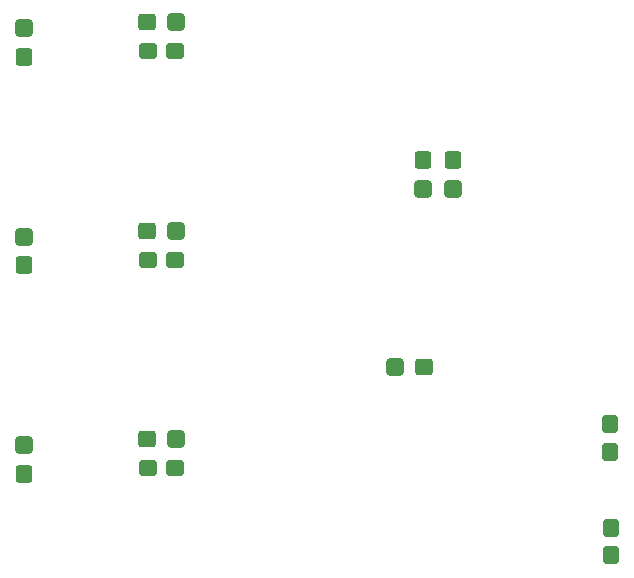
<source format=gbr>
%TF.GenerationSoftware,KiCad,Pcbnew,7.0.11-rc3*%
%TF.CreationDate,2025-09-10T17:00:16+08:00*%
%TF.ProjectId,328_3ch_can_devboard,3332385f-3363-4685-9f63-616e5f646576,rev?*%
%TF.SameCoordinates,Original*%
%TF.FileFunction,Paste,Bot*%
%TF.FilePolarity,Positive*%
%FSLAX46Y46*%
G04 Gerber Fmt 4.6, Leading zero omitted, Abs format (unit mm)*
G04 Created by KiCad (PCBNEW 7.0.11-rc3) date 2025-09-10 17:00:16*
%MOMM*%
%LPD*%
G01*
G04 APERTURE LIST*
G04 Aperture macros list*
%AMRoundRect*
0 Rectangle with rounded corners*
0 $1 Rounding radius*
0 $2 $3 $4 $5 $6 $7 $8 $9 X,Y pos of 4 corners*
0 Add a 4 corners polygon primitive as box body*
4,1,4,$2,$3,$4,$5,$6,$7,$8,$9,$2,$3,0*
0 Add four circle primitives for the rounded corners*
1,1,$1+$1,$2,$3*
1,1,$1+$1,$4,$5*
1,1,$1+$1,$6,$7*
1,1,$1+$1,$8,$9*
0 Add four rect primitives between the rounded corners*
20,1,$1+$1,$2,$3,$4,$5,0*
20,1,$1+$1,$4,$5,$6,$7,0*
20,1,$1+$1,$6,$7,$8,$9,0*
20,1,$1+$1,$8,$9,$2,$3,0*%
G04 Aperture macros list end*
%ADD10RoundRect,0.305575X0.460025X0.412525X-0.460025X0.412525X-0.460025X-0.412525X0.460025X-0.412525X0*%
%ADD11RoundRect,0.308511X0.457089X0.416489X-0.457089X0.416489X-0.457089X-0.416489X0.457089X-0.416489X0*%
%ADD12RoundRect,0.305575X-0.460025X-0.412525X0.460025X-0.412525X0.460025X0.412525X-0.460025X0.412525X0*%
%ADD13RoundRect,0.308511X-0.457089X-0.416489X0.457089X-0.416489X0.457089X0.416489X-0.457089X0.416489X0*%
%ADD14RoundRect,0.305575X-0.412525X0.460025X-0.412525X-0.460025X0.412525X-0.460025X0.412525X0.460025X0*%
%ADD15RoundRect,0.308511X-0.416489X0.457089X-0.416489X-0.457089X0.416489X-0.457089X0.416489X0.457089X0*%
%ADD16RoundRect,0.305575X0.412525X-0.460025X0.412525X0.460025X-0.412525X0.460025X-0.412525X-0.460025X0*%
%ADD17RoundRect,0.308511X0.416489X-0.457089X0.416489X0.457089X-0.416489X0.457089X-0.416489X-0.457089X0*%
%ADD18RoundRect,0.278125X-0.389375X0.474375X-0.389375X-0.474375X0.389375X-0.474375X0.389375X0.474375X0*%
%ADD19RoundRect,0.278125X0.389375X-0.474375X0.389375X0.474375X-0.389375X0.474375X-0.389375X-0.474375X0*%
%ADD20RoundRect,0.278125X-0.474375X-0.389375X0.474375X-0.389375X0.474375X0.389375X-0.474375X0.389375X0*%
G04 APERTURE END LIST*
D10*
%TO.C,C12*%
X159615600Y-106593100D03*
D11*
X157184400Y-106600000D03*
%TD*%
D12*
%TO.C,C3*%
X136184400Y-95069400D03*
D13*
X138615600Y-95062500D03*
%TD*%
D14*
%TO.C,C7*%
X159493100Y-89084400D03*
D15*
X159500000Y-91515600D03*
%TD*%
D16*
%TO.C,C22*%
X125724400Y-80315600D03*
D17*
X125717500Y-77884400D03*
%TD*%
D18*
%TO.C,R5*%
X175367500Y-111458242D03*
X175367500Y-113763242D03*
%TD*%
D14*
%TO.C,C8*%
X162093100Y-89084400D03*
D15*
X162100000Y-91515600D03*
%TD*%
D12*
%TO.C,C23*%
X136184400Y-77406900D03*
D13*
X138615600Y-77400000D03*
%TD*%
D16*
%TO.C,C14*%
X125724400Y-115640600D03*
D17*
X125717500Y-113209400D03*
%TD*%
D19*
%TO.C,R6*%
X175434603Y-122541759D03*
X175434603Y-120236759D03*
%TD*%
D20*
%TO.C,R19*%
X136247500Y-115157500D03*
X138552500Y-115157500D03*
%TD*%
D16*
%TO.C,C2*%
X125724400Y-97978100D03*
D17*
X125717500Y-95546900D03*
%TD*%
D20*
%TO.C,R10*%
X136247500Y-97495000D03*
X138552500Y-97495000D03*
%TD*%
%TO.C,R9*%
X136247500Y-79832500D03*
X138552500Y-79832500D03*
%TD*%
D12*
%TO.C,C15*%
X136184400Y-112731900D03*
D13*
X138615600Y-112725000D03*
%TD*%
M02*

</source>
